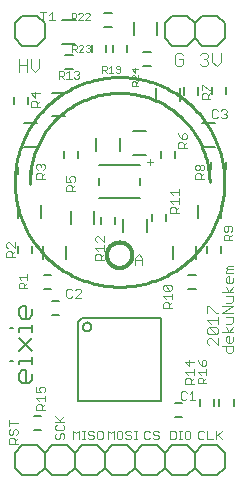
<source format=gto>
G75*
%MOIN*%
%OFA0B0*%
%FSLAX25Y25*%
%IPPOS*%
%LPD*%
%AMOC8*
5,1,8,0,0,1.08239X$1,22.5*
%
%ADD10C,0.00300*%
%ADD11C,0.00400*%
%ADD12C,0.01200*%
%ADD13C,0.00600*%
%ADD14C,0.01000*%
%ADD15C,0.00800*%
%ADD16C,0.00500*%
%ADD17C,0.00200*%
D10*
X0004248Y0014663D02*
X0004248Y0016115D01*
X0004731Y0016598D01*
X0005699Y0016598D01*
X0006183Y0016115D01*
X0006183Y0014663D01*
X0007150Y0014663D02*
X0004248Y0014663D01*
X0004731Y0017610D02*
X0005215Y0017610D01*
X0005699Y0018094D01*
X0005699Y0019061D01*
X0006183Y0019545D01*
X0006666Y0019545D01*
X0007150Y0019061D01*
X0007150Y0018094D01*
X0006666Y0017610D01*
X0007150Y0016598D02*
X0006183Y0015631D01*
X0004731Y0017610D02*
X0004248Y0018094D01*
X0004248Y0019061D01*
X0004731Y0019545D01*
X0004248Y0020556D02*
X0004248Y0022491D01*
X0004248Y0021524D02*
X0007150Y0021524D01*
X0013398Y0025863D02*
X0013398Y0027315D01*
X0013881Y0027798D01*
X0014849Y0027798D01*
X0015333Y0027315D01*
X0015333Y0025863D01*
X0016300Y0025863D02*
X0013398Y0025863D01*
X0014365Y0028810D02*
X0013398Y0029777D01*
X0016300Y0029777D01*
X0016300Y0028810D02*
X0016300Y0030745D01*
X0015816Y0031756D02*
X0016300Y0032240D01*
X0016300Y0033208D01*
X0015816Y0033691D01*
X0014849Y0033691D01*
X0014365Y0033208D01*
X0014365Y0032724D01*
X0014849Y0031756D01*
X0013398Y0031756D01*
X0013398Y0033691D01*
X0016300Y0027798D02*
X0015333Y0026831D01*
X0019748Y0023991D02*
X0021683Y0022056D01*
X0021199Y0022540D02*
X0022650Y0023991D01*
X0022650Y0022056D02*
X0019748Y0022056D01*
X0020231Y0021045D02*
X0019748Y0020561D01*
X0019748Y0019594D01*
X0020231Y0019110D01*
X0022166Y0019110D01*
X0022650Y0019594D01*
X0022650Y0020561D01*
X0022166Y0021045D01*
X0022166Y0018098D02*
X0022650Y0017615D01*
X0022650Y0016647D01*
X0022166Y0016163D01*
X0021199Y0016647D02*
X0021199Y0017615D01*
X0021683Y0018098D01*
X0022166Y0018098D01*
X0021199Y0016647D02*
X0020715Y0016163D01*
X0020231Y0016163D01*
X0019748Y0016647D01*
X0019748Y0017615D01*
X0020231Y0018098D01*
X0025750Y0019066D02*
X0025750Y0016163D01*
X0026717Y0018098D02*
X0025750Y0019066D01*
X0026717Y0018098D02*
X0027685Y0019066D01*
X0027685Y0016163D01*
X0028697Y0016163D02*
X0029664Y0016163D01*
X0029180Y0016163D02*
X0029180Y0019066D01*
X0028697Y0019066D02*
X0029664Y0019066D01*
X0030661Y0018582D02*
X0030661Y0018098D01*
X0031145Y0017615D01*
X0032112Y0017615D01*
X0032596Y0017131D01*
X0032596Y0016647D01*
X0032112Y0016163D01*
X0031145Y0016163D01*
X0030661Y0016647D01*
X0030661Y0018582D02*
X0031145Y0019066D01*
X0032112Y0019066D01*
X0032596Y0018582D01*
X0033607Y0018582D02*
X0033607Y0016647D01*
X0034091Y0016163D01*
X0035059Y0016163D01*
X0035542Y0016647D01*
X0035542Y0018582D01*
X0035059Y0019066D01*
X0034091Y0019066D01*
X0033607Y0018582D01*
X0037250Y0019066D02*
X0037250Y0016163D01*
X0038217Y0018098D02*
X0037250Y0019066D01*
X0038217Y0018098D02*
X0039185Y0019066D01*
X0039185Y0016163D01*
X0040197Y0016647D02*
X0040197Y0018582D01*
X0040680Y0019066D01*
X0041648Y0019066D01*
X0042131Y0018582D01*
X0042131Y0016647D01*
X0041648Y0016163D01*
X0040680Y0016163D01*
X0040197Y0016647D01*
X0043143Y0016647D02*
X0043627Y0016163D01*
X0044594Y0016163D01*
X0045078Y0016647D01*
X0045078Y0017131D01*
X0044594Y0017615D01*
X0043627Y0017615D01*
X0043143Y0018098D01*
X0043143Y0018582D01*
X0043627Y0019066D01*
X0044594Y0019066D01*
X0045078Y0018582D01*
X0046090Y0019066D02*
X0047057Y0019066D01*
X0046573Y0019066D02*
X0046573Y0016163D01*
X0046090Y0016163D02*
X0047057Y0016163D01*
X0049350Y0016647D02*
X0049834Y0016163D01*
X0050801Y0016163D01*
X0051285Y0016647D01*
X0051285Y0018582D02*
X0050801Y0019066D01*
X0049834Y0019066D01*
X0049350Y0018582D01*
X0049350Y0016647D01*
X0052297Y0016647D02*
X0052780Y0016163D01*
X0053748Y0016163D01*
X0054231Y0016647D01*
X0054231Y0017131D01*
X0053748Y0017615D01*
X0052780Y0017615D01*
X0052297Y0018098D01*
X0052297Y0018582D01*
X0052780Y0019066D01*
X0053748Y0019066D01*
X0054231Y0018582D01*
X0057950Y0019066D02*
X0057950Y0016163D01*
X0059401Y0016163D01*
X0059885Y0016647D01*
X0059885Y0018582D01*
X0059401Y0019066D01*
X0057950Y0019066D01*
X0060897Y0019066D02*
X0061864Y0019066D01*
X0061380Y0019066D02*
X0061380Y0016163D01*
X0060897Y0016163D02*
X0061864Y0016163D01*
X0062861Y0016647D02*
X0062861Y0018582D01*
X0063345Y0019066D01*
X0064312Y0019066D01*
X0064796Y0018582D01*
X0064796Y0016647D01*
X0064312Y0016163D01*
X0063345Y0016163D01*
X0062861Y0016647D01*
X0067450Y0016647D02*
X0067934Y0016163D01*
X0068901Y0016163D01*
X0069385Y0016647D01*
X0070397Y0016163D02*
X0070397Y0019066D01*
X0069385Y0018582D02*
X0068901Y0019066D01*
X0067934Y0019066D01*
X0067450Y0018582D01*
X0067450Y0016647D01*
X0070397Y0016163D02*
X0072331Y0016163D01*
X0073343Y0016163D02*
X0073343Y0019066D01*
X0073827Y0017615D02*
X0075278Y0016163D01*
X0073343Y0017131D02*
X0075278Y0019066D01*
X0066431Y0029313D02*
X0064497Y0029313D01*
X0063485Y0029797D02*
X0063001Y0029313D01*
X0062034Y0029313D01*
X0061550Y0029797D01*
X0061550Y0031732D01*
X0062034Y0032216D01*
X0063001Y0032216D01*
X0063485Y0031732D01*
X0064497Y0031248D02*
X0065464Y0032216D01*
X0065464Y0029313D01*
X0065900Y0034663D02*
X0062998Y0034663D01*
X0062998Y0036115D01*
X0063481Y0036598D01*
X0064449Y0036598D01*
X0064933Y0036115D01*
X0064933Y0034663D01*
X0064933Y0035631D02*
X0065900Y0036598D01*
X0065900Y0037610D02*
X0065900Y0039545D01*
X0065900Y0038577D02*
X0062998Y0038577D01*
X0063965Y0037610D01*
X0064449Y0040556D02*
X0064449Y0042491D01*
X0065900Y0042008D02*
X0062998Y0042008D01*
X0064449Y0040556D01*
X0067198Y0038677D02*
X0070100Y0038677D01*
X0070100Y0037710D02*
X0070100Y0039645D01*
X0069616Y0040656D02*
X0070100Y0041140D01*
X0070100Y0042108D01*
X0069616Y0042591D01*
X0069133Y0042591D01*
X0068649Y0042108D01*
X0068649Y0040656D01*
X0069616Y0040656D01*
X0068649Y0040656D02*
X0067681Y0041624D01*
X0067198Y0042591D01*
X0067198Y0038677D02*
X0068165Y0037710D01*
X0067681Y0036698D02*
X0068649Y0036698D01*
X0069133Y0036215D01*
X0069133Y0034763D01*
X0070100Y0034763D02*
X0067198Y0034763D01*
X0067198Y0036215D01*
X0067681Y0036698D01*
X0069133Y0035731D02*
X0070100Y0036698D01*
X0071031Y0047667D02*
X0070447Y0048251D01*
X0070447Y0049419D01*
X0071031Y0050003D01*
X0071615Y0050003D01*
X0073950Y0047667D01*
X0073950Y0050003D01*
X0073366Y0051166D02*
X0071031Y0053502D01*
X0073366Y0053502D01*
X0073950Y0052918D01*
X0073950Y0051750D01*
X0073366Y0051166D01*
X0071031Y0051166D01*
X0070447Y0051750D01*
X0070447Y0052918D01*
X0071031Y0053502D01*
X0071615Y0054665D02*
X0070447Y0055833D01*
X0073950Y0055833D01*
X0073950Y0054665D02*
X0073950Y0057001D01*
X0073950Y0058164D02*
X0073366Y0058164D01*
X0071031Y0060500D01*
X0070447Y0060500D01*
X0070447Y0058164D01*
X0075447Y0058252D02*
X0078950Y0060587D01*
X0075447Y0060587D01*
X0076615Y0061751D02*
X0078366Y0061751D01*
X0078950Y0062334D01*
X0078950Y0064086D01*
X0076615Y0064086D01*
X0077782Y0065250D02*
X0076615Y0067001D01*
X0077199Y0068165D02*
X0076615Y0068749D01*
X0076615Y0069917D01*
X0077199Y0070501D01*
X0077782Y0070501D01*
X0077782Y0068165D01*
X0077199Y0068165D02*
X0078366Y0068165D01*
X0078950Y0068749D01*
X0078950Y0069917D01*
X0078950Y0071664D02*
X0076615Y0071664D01*
X0076615Y0072248D01*
X0077199Y0072832D01*
X0076615Y0073416D01*
X0077199Y0074000D01*
X0078950Y0074000D01*
X0078950Y0072832D02*
X0077199Y0072832D01*
X0078950Y0067001D02*
X0077782Y0065250D01*
X0078950Y0065250D02*
X0075447Y0065250D01*
X0075447Y0058252D02*
X0078950Y0058252D01*
X0078950Y0057088D02*
X0076615Y0057088D01*
X0076615Y0054753D02*
X0078366Y0054753D01*
X0078950Y0055336D01*
X0078950Y0057088D01*
X0078950Y0053588D02*
X0077782Y0051837D01*
X0076615Y0053588D01*
X0075447Y0051837D02*
X0078950Y0051837D01*
X0078950Y0050089D02*
X0078950Y0048922D01*
X0078366Y0048338D01*
X0077199Y0048338D01*
X0076615Y0048922D01*
X0076615Y0050089D01*
X0077199Y0050673D01*
X0077782Y0050673D01*
X0077782Y0048338D01*
X0076615Y0047174D02*
X0076615Y0045423D01*
X0077199Y0044839D01*
X0078366Y0044839D01*
X0078950Y0045423D01*
X0078950Y0047174D01*
X0075447Y0047174D01*
X0058608Y0059847D02*
X0055705Y0059847D01*
X0055705Y0061299D01*
X0056189Y0061782D01*
X0057157Y0061782D01*
X0057640Y0061299D01*
X0057640Y0059847D01*
X0057640Y0060815D02*
X0058608Y0061782D01*
X0058608Y0062794D02*
X0058608Y0064729D01*
X0058608Y0063761D02*
X0055705Y0063761D01*
X0056673Y0062794D01*
X0056189Y0065740D02*
X0055705Y0066224D01*
X0055705Y0067192D01*
X0056189Y0067675D01*
X0058124Y0065740D01*
X0058608Y0066224D01*
X0058608Y0067192D01*
X0058124Y0067675D01*
X0056189Y0067675D01*
X0056189Y0065740D02*
X0058124Y0065740D01*
X0048736Y0074163D02*
X0048736Y0076632D01*
X0047501Y0077867D01*
X0046267Y0076632D01*
X0046267Y0074163D01*
X0046267Y0076015D02*
X0048736Y0076015D01*
X0057998Y0091663D02*
X0057998Y0093115D01*
X0058481Y0093598D01*
X0059449Y0093598D01*
X0059933Y0093115D01*
X0059933Y0091663D01*
X0060900Y0091663D02*
X0057998Y0091663D01*
X0059933Y0092631D02*
X0060900Y0093598D01*
X0060900Y0094610D02*
X0060900Y0096545D01*
X0060900Y0095577D02*
X0057998Y0095577D01*
X0058965Y0094610D01*
X0058965Y0097556D02*
X0057998Y0098524D01*
X0060900Y0098524D01*
X0060900Y0099491D02*
X0060900Y0097556D01*
X0066464Y0102826D02*
X0066464Y0104277D01*
X0066947Y0104761D01*
X0067915Y0104761D01*
X0068399Y0104277D01*
X0068399Y0102826D01*
X0068399Y0103793D02*
X0069366Y0104761D01*
X0068882Y0105772D02*
X0068399Y0105772D01*
X0067915Y0106256D01*
X0067915Y0107223D01*
X0068399Y0107707D01*
X0068882Y0107707D01*
X0069366Y0107223D01*
X0069366Y0106256D01*
X0068882Y0105772D01*
X0067915Y0106256D02*
X0067431Y0105772D01*
X0066947Y0105772D01*
X0066464Y0106256D01*
X0066464Y0107223D01*
X0066947Y0107707D01*
X0067431Y0107707D01*
X0067915Y0107223D01*
X0069366Y0102826D02*
X0066464Y0102826D01*
X0063482Y0113284D02*
X0060579Y0113284D01*
X0060579Y0114735D01*
X0061063Y0115219D01*
X0062031Y0115219D01*
X0062514Y0114735D01*
X0062514Y0113284D01*
X0062514Y0114251D02*
X0063482Y0115219D01*
X0062998Y0116230D02*
X0063482Y0116714D01*
X0063482Y0117681D01*
X0062998Y0118165D01*
X0062514Y0118165D01*
X0062031Y0117681D01*
X0062031Y0116230D01*
X0062998Y0116230D01*
X0062031Y0116230D02*
X0061063Y0117198D01*
X0060579Y0118165D01*
X0068556Y0129526D02*
X0068556Y0130977D01*
X0069040Y0131461D01*
X0070007Y0131461D01*
X0070491Y0130977D01*
X0070491Y0129526D01*
X0071458Y0129526D02*
X0068556Y0129526D01*
X0068556Y0132473D02*
X0068556Y0134408D01*
X0069040Y0134408D01*
X0070975Y0132473D01*
X0071458Y0132473D01*
X0071458Y0131461D02*
X0070491Y0130494D01*
X0072434Y0126116D02*
X0071950Y0125632D01*
X0071950Y0123697D01*
X0072434Y0123213D01*
X0073401Y0123213D01*
X0073885Y0123697D01*
X0074897Y0123697D02*
X0075380Y0123213D01*
X0076348Y0123213D01*
X0076831Y0123697D01*
X0076831Y0124181D01*
X0076348Y0124665D01*
X0075864Y0124665D01*
X0076348Y0124665D02*
X0076831Y0125148D01*
X0076831Y0125632D01*
X0076348Y0126116D01*
X0075380Y0126116D01*
X0074897Y0125632D01*
X0073885Y0125632D02*
X0073401Y0126116D01*
X0072434Y0126116D01*
X0052385Y0108615D02*
X0050450Y0108615D01*
X0051417Y0109582D02*
X0051417Y0107647D01*
X0035900Y0083891D02*
X0035900Y0081956D01*
X0033965Y0083891D01*
X0033481Y0083891D01*
X0032998Y0083408D01*
X0032998Y0082440D01*
X0033481Y0081956D01*
X0032998Y0079977D02*
X0035900Y0079977D01*
X0035900Y0079010D02*
X0035900Y0080945D01*
X0035900Y0077998D02*
X0034933Y0077031D01*
X0034933Y0077515D02*
X0034933Y0076063D01*
X0035900Y0076063D02*
X0032998Y0076063D01*
X0032998Y0077515D01*
X0033481Y0077998D01*
X0034449Y0077998D01*
X0034933Y0077515D01*
X0033965Y0079010D02*
X0032998Y0079977D01*
X0027848Y0066316D02*
X0026880Y0066316D01*
X0026397Y0065832D01*
X0025385Y0065832D02*
X0024901Y0066316D01*
X0023934Y0066316D01*
X0023450Y0065832D01*
X0023450Y0063897D01*
X0023934Y0063413D01*
X0024901Y0063413D01*
X0025385Y0063897D01*
X0026397Y0063413D02*
X0028331Y0065348D01*
X0028331Y0065832D01*
X0027848Y0066316D01*
X0028331Y0063413D02*
X0026397Y0063413D01*
X0010392Y0066447D02*
X0007490Y0066447D01*
X0007490Y0067898D01*
X0007973Y0068382D01*
X0008941Y0068382D01*
X0009425Y0067898D01*
X0009425Y0066447D01*
X0009425Y0067414D02*
X0010392Y0068382D01*
X0010392Y0069393D02*
X0010392Y0071328D01*
X0010392Y0070361D02*
X0007490Y0070361D01*
X0008457Y0069393D01*
X0006274Y0076967D02*
X0003372Y0076967D01*
X0003372Y0078418D01*
X0003855Y0078902D01*
X0004823Y0078902D01*
X0005307Y0078418D01*
X0005307Y0076967D01*
X0005307Y0077934D02*
X0006274Y0078902D01*
X0006274Y0079913D02*
X0004339Y0081848D01*
X0003855Y0081848D01*
X0003372Y0081364D01*
X0003372Y0080397D01*
X0003855Y0079913D01*
X0006274Y0079913D02*
X0006274Y0081848D01*
X0013372Y0103026D02*
X0013372Y0104477D01*
X0013855Y0104961D01*
X0014823Y0104961D01*
X0015307Y0104477D01*
X0015307Y0103026D01*
X0016274Y0103026D02*
X0013372Y0103026D01*
X0015307Y0103993D02*
X0016274Y0104961D01*
X0015790Y0105972D02*
X0016274Y0106456D01*
X0016274Y0107423D01*
X0015790Y0107907D01*
X0015307Y0107907D01*
X0014823Y0107423D01*
X0014823Y0106940D01*
X0014823Y0107423D02*
X0014339Y0107907D01*
X0013855Y0107907D01*
X0013372Y0107423D01*
X0013372Y0106456D01*
X0013855Y0105972D01*
X0023475Y0103765D02*
X0023475Y0101830D01*
X0024927Y0101830D01*
X0024443Y0102798D01*
X0024443Y0103281D01*
X0024927Y0103765D01*
X0025894Y0103765D01*
X0026378Y0103281D01*
X0026378Y0102314D01*
X0025894Y0101830D01*
X0026378Y0100819D02*
X0025410Y0099851D01*
X0025410Y0100335D02*
X0025410Y0098884D01*
X0026378Y0098884D02*
X0023475Y0098884D01*
X0023475Y0100335D01*
X0023959Y0100819D01*
X0024927Y0100819D01*
X0025410Y0100335D01*
X0014558Y0127067D02*
X0011656Y0127067D01*
X0011656Y0128519D01*
X0012140Y0129002D01*
X0013107Y0129002D01*
X0013591Y0128519D01*
X0013591Y0127067D01*
X0013591Y0128035D02*
X0014558Y0129002D01*
X0013107Y0130014D02*
X0013107Y0131949D01*
X0011656Y0131465D02*
X0013107Y0130014D01*
X0014558Y0131465D02*
X0011656Y0131465D01*
X0015740Y0155781D02*
X0015740Y0158684D01*
X0014773Y0158684D02*
X0016708Y0158684D01*
X0017719Y0157716D02*
X0018687Y0158684D01*
X0018687Y0155781D01*
X0019654Y0155781D02*
X0017719Y0155781D01*
X0076347Y0087348D02*
X0075864Y0086864D01*
X0075864Y0085897D01*
X0076347Y0085413D01*
X0076831Y0085413D01*
X0077315Y0085897D01*
X0077315Y0087348D01*
X0078282Y0087348D02*
X0076347Y0087348D01*
X0078282Y0087348D02*
X0078766Y0086864D01*
X0078766Y0085897D01*
X0078282Y0085413D01*
X0078766Y0084402D02*
X0077799Y0083434D01*
X0077799Y0083918D02*
X0077799Y0082467D01*
X0077799Y0083918D02*
X0077315Y0084402D01*
X0076347Y0084402D01*
X0075864Y0083918D01*
X0075864Y0082467D01*
X0078766Y0082467D01*
D11*
X0073511Y0140713D02*
X0072144Y0142081D01*
X0072144Y0144817D01*
X0070736Y0144133D02*
X0070736Y0143449D01*
X0070052Y0142765D01*
X0070736Y0142081D01*
X0070736Y0141397D01*
X0070052Y0140713D01*
X0068684Y0140713D01*
X0068000Y0141397D01*
X0069368Y0142765D02*
X0070052Y0142765D01*
X0070736Y0144133D02*
X0070052Y0144817D01*
X0068684Y0144817D01*
X0068000Y0144133D01*
X0073511Y0140713D02*
X0074879Y0142081D01*
X0074879Y0144817D01*
X0062236Y0144133D02*
X0061552Y0144817D01*
X0060184Y0144817D01*
X0059500Y0144133D01*
X0059500Y0141397D01*
X0060184Y0140713D01*
X0061552Y0140713D01*
X0062236Y0141397D01*
X0062236Y0142765D01*
X0060868Y0142765D01*
X0014379Y0142817D02*
X0014379Y0140081D01*
X0013011Y0138713D01*
X0011644Y0140081D01*
X0011644Y0142817D01*
X0010236Y0142817D02*
X0010236Y0138713D01*
X0010236Y0140765D02*
X0007500Y0140765D01*
X0007500Y0138713D02*
X0007500Y0142817D01*
D12*
X0036957Y0077513D02*
X0036959Y0077643D01*
X0036965Y0077773D01*
X0036975Y0077903D01*
X0036989Y0078032D01*
X0037007Y0078161D01*
X0037029Y0078289D01*
X0037054Y0078416D01*
X0037084Y0078543D01*
X0037117Y0078669D01*
X0037155Y0078793D01*
X0037196Y0078917D01*
X0037241Y0079039D01*
X0037289Y0079159D01*
X0037342Y0079278D01*
X0037398Y0079396D01*
X0037457Y0079511D01*
X0037520Y0079625D01*
X0037587Y0079737D01*
X0037656Y0079847D01*
X0037730Y0079954D01*
X0037806Y0080059D01*
X0037886Y0080162D01*
X0037968Y0080262D01*
X0038054Y0080360D01*
X0038143Y0080455D01*
X0038234Y0080548D01*
X0038329Y0080637D01*
X0038426Y0080724D01*
X0038526Y0080807D01*
X0038628Y0080887D01*
X0038732Y0080965D01*
X0038839Y0081039D01*
X0038948Y0081109D01*
X0039060Y0081177D01*
X0039173Y0081241D01*
X0039288Y0081301D01*
X0039405Y0081358D01*
X0039524Y0081411D01*
X0039644Y0081460D01*
X0039766Y0081506D01*
X0039889Y0081548D01*
X0040013Y0081587D01*
X0040139Y0081621D01*
X0040265Y0081652D01*
X0040392Y0081678D01*
X0040520Y0081701D01*
X0040649Y0081720D01*
X0040778Y0081735D01*
X0040908Y0081746D01*
X0041037Y0081753D01*
X0041167Y0081756D01*
X0041298Y0081755D01*
X0041427Y0081750D01*
X0041557Y0081741D01*
X0041687Y0081728D01*
X0041816Y0081711D01*
X0041944Y0081690D01*
X0042072Y0081666D01*
X0042198Y0081637D01*
X0042324Y0081604D01*
X0042449Y0081568D01*
X0042573Y0081528D01*
X0042695Y0081484D01*
X0042816Y0081436D01*
X0042936Y0081385D01*
X0043054Y0081330D01*
X0043170Y0081271D01*
X0043284Y0081209D01*
X0043396Y0081143D01*
X0043506Y0081074D01*
X0043614Y0081002D01*
X0043720Y0080926D01*
X0043824Y0080848D01*
X0043925Y0080766D01*
X0044023Y0080681D01*
X0044119Y0080593D01*
X0044212Y0080502D01*
X0044302Y0080408D01*
X0044389Y0080312D01*
X0044473Y0080213D01*
X0044555Y0080111D01*
X0044633Y0080007D01*
X0044707Y0079901D01*
X0044779Y0079792D01*
X0044847Y0079681D01*
X0044912Y0079568D01*
X0044973Y0079454D01*
X0045031Y0079337D01*
X0045085Y0079219D01*
X0045135Y0079099D01*
X0045182Y0078978D01*
X0045225Y0078855D01*
X0045264Y0078731D01*
X0045300Y0078606D01*
X0045331Y0078480D01*
X0045359Y0078353D01*
X0045383Y0078225D01*
X0045403Y0078096D01*
X0045419Y0077967D01*
X0045431Y0077838D01*
X0045439Y0077708D01*
X0045443Y0077578D01*
X0045443Y0077448D01*
X0045439Y0077318D01*
X0045431Y0077188D01*
X0045419Y0077059D01*
X0045403Y0076930D01*
X0045383Y0076801D01*
X0045359Y0076673D01*
X0045331Y0076546D01*
X0045300Y0076420D01*
X0045264Y0076295D01*
X0045225Y0076171D01*
X0045182Y0076048D01*
X0045135Y0075927D01*
X0045085Y0075807D01*
X0045031Y0075689D01*
X0044973Y0075572D01*
X0044912Y0075458D01*
X0044847Y0075345D01*
X0044779Y0075234D01*
X0044707Y0075125D01*
X0044633Y0075019D01*
X0044555Y0074915D01*
X0044473Y0074813D01*
X0044389Y0074714D01*
X0044302Y0074618D01*
X0044212Y0074524D01*
X0044119Y0074433D01*
X0044023Y0074345D01*
X0043925Y0074260D01*
X0043824Y0074178D01*
X0043720Y0074100D01*
X0043614Y0074024D01*
X0043506Y0073952D01*
X0043396Y0073883D01*
X0043284Y0073817D01*
X0043170Y0073755D01*
X0043054Y0073696D01*
X0042936Y0073641D01*
X0042816Y0073590D01*
X0042695Y0073542D01*
X0042573Y0073498D01*
X0042449Y0073458D01*
X0042324Y0073422D01*
X0042198Y0073389D01*
X0042072Y0073360D01*
X0041944Y0073336D01*
X0041816Y0073315D01*
X0041687Y0073298D01*
X0041557Y0073285D01*
X0041427Y0073276D01*
X0041298Y0073271D01*
X0041167Y0073270D01*
X0041037Y0073273D01*
X0040908Y0073280D01*
X0040778Y0073291D01*
X0040649Y0073306D01*
X0040520Y0073325D01*
X0040392Y0073348D01*
X0040265Y0073374D01*
X0040139Y0073405D01*
X0040013Y0073439D01*
X0039889Y0073478D01*
X0039766Y0073520D01*
X0039644Y0073566D01*
X0039524Y0073615D01*
X0039405Y0073668D01*
X0039288Y0073725D01*
X0039173Y0073785D01*
X0039060Y0073849D01*
X0038948Y0073917D01*
X0038839Y0073987D01*
X0038732Y0074061D01*
X0038628Y0074139D01*
X0038526Y0074219D01*
X0038426Y0074302D01*
X0038329Y0074389D01*
X0038234Y0074478D01*
X0038143Y0074571D01*
X0038054Y0074666D01*
X0037968Y0074764D01*
X0037886Y0074864D01*
X0037806Y0074967D01*
X0037730Y0075072D01*
X0037656Y0075179D01*
X0037587Y0075289D01*
X0037520Y0075401D01*
X0037457Y0075515D01*
X0037398Y0075630D01*
X0037342Y0075748D01*
X0037289Y0075867D01*
X0037241Y0075987D01*
X0037196Y0076109D01*
X0037155Y0076233D01*
X0037117Y0076357D01*
X0037084Y0076483D01*
X0037054Y0076610D01*
X0037029Y0076737D01*
X0037007Y0076865D01*
X0036989Y0076994D01*
X0036975Y0077123D01*
X0036965Y0077253D01*
X0036959Y0077383D01*
X0036957Y0077513D01*
D13*
X0006170Y0011600D02*
X0006170Y0006600D01*
X0008670Y0004100D01*
X0013670Y0004100D01*
X0016170Y0006600D01*
X0018670Y0004100D01*
X0023670Y0004100D01*
X0026170Y0006600D01*
X0026170Y0011600D01*
X0023670Y0014100D01*
X0018670Y0014100D01*
X0016170Y0011600D01*
X0016170Y0006600D01*
X0016170Y0011600D02*
X0013670Y0014100D01*
X0008670Y0014100D01*
X0006170Y0011600D01*
X0012619Y0019151D02*
X0014981Y0019151D01*
X0014981Y0023876D02*
X0012619Y0023876D01*
X0010932Y0034883D02*
X0008797Y0034883D01*
X0007730Y0035950D01*
X0007730Y0038086D01*
X0008797Y0039153D01*
X0009865Y0039153D01*
X0009865Y0034883D01*
X0010932Y0034883D02*
X0012000Y0035950D01*
X0012000Y0038086D01*
X0012000Y0041328D02*
X0012000Y0043463D01*
X0012000Y0042396D02*
X0007730Y0042396D01*
X0007730Y0041328D01*
X0005595Y0042396D02*
X0004527Y0042396D01*
X0007730Y0045625D02*
X0012000Y0049896D01*
X0012000Y0052071D02*
X0012000Y0054206D01*
X0012000Y0053138D02*
X0007730Y0053138D01*
X0007730Y0052071D01*
X0007730Y0049896D02*
X0012000Y0045625D01*
X0010932Y0056368D02*
X0008797Y0056368D01*
X0007730Y0057435D01*
X0007730Y0059571D01*
X0008797Y0060638D01*
X0009865Y0060638D01*
X0009865Y0056368D01*
X0010932Y0056368D02*
X0012000Y0057435D01*
X0012000Y0059571D01*
X0015902Y0066159D02*
X0018265Y0066159D01*
X0018619Y0062376D02*
X0020981Y0062376D01*
X0020981Y0057651D02*
X0018619Y0057651D01*
X0018265Y0070883D02*
X0015902Y0070883D01*
X0012036Y0078135D02*
X0012036Y0080498D01*
X0007312Y0080498D02*
X0007312Y0078135D01*
X0005595Y0053138D02*
X0004527Y0053138D01*
X0028670Y0014100D02*
X0026170Y0011600D01*
X0028670Y0014100D02*
X0033670Y0014100D01*
X0036170Y0011600D01*
X0038670Y0014100D01*
X0043670Y0014100D01*
X0046170Y0011600D01*
X0048670Y0014100D01*
X0053670Y0014100D01*
X0056170Y0011600D01*
X0056170Y0006600D01*
X0053670Y0004100D01*
X0048670Y0004100D01*
X0046170Y0006600D01*
X0043670Y0004100D01*
X0038670Y0004100D01*
X0036170Y0006600D01*
X0033670Y0004100D01*
X0028670Y0004100D01*
X0026170Y0006600D01*
X0036170Y0006600D02*
X0036170Y0011600D01*
X0027371Y0029084D02*
X0027371Y0055285D01*
X0028769Y0056683D01*
X0054969Y0056683D01*
X0054969Y0029084D01*
X0027371Y0029084D01*
X0028956Y0053683D02*
X0028958Y0053758D01*
X0028964Y0053832D01*
X0028974Y0053906D01*
X0028987Y0053979D01*
X0029005Y0054052D01*
X0029026Y0054123D01*
X0029051Y0054194D01*
X0029080Y0054263D01*
X0029113Y0054330D01*
X0029149Y0054395D01*
X0029188Y0054459D01*
X0029230Y0054520D01*
X0029276Y0054579D01*
X0029325Y0054636D01*
X0029377Y0054689D01*
X0029431Y0054740D01*
X0029488Y0054789D01*
X0029548Y0054833D01*
X0029610Y0054875D01*
X0029674Y0054914D01*
X0029740Y0054949D01*
X0029807Y0054980D01*
X0029877Y0055008D01*
X0029947Y0055032D01*
X0030019Y0055053D01*
X0030092Y0055069D01*
X0030165Y0055082D01*
X0030240Y0055091D01*
X0030314Y0055096D01*
X0030389Y0055097D01*
X0030463Y0055094D01*
X0030538Y0055087D01*
X0030611Y0055076D01*
X0030685Y0055062D01*
X0030757Y0055043D01*
X0030828Y0055021D01*
X0030898Y0054995D01*
X0030967Y0054965D01*
X0031033Y0054932D01*
X0031098Y0054895D01*
X0031161Y0054855D01*
X0031222Y0054811D01*
X0031280Y0054765D01*
X0031336Y0054715D01*
X0031389Y0054663D01*
X0031440Y0054608D01*
X0031487Y0054550D01*
X0031531Y0054490D01*
X0031572Y0054427D01*
X0031610Y0054363D01*
X0031644Y0054297D01*
X0031675Y0054228D01*
X0031702Y0054159D01*
X0031725Y0054088D01*
X0031744Y0054016D01*
X0031760Y0053943D01*
X0031772Y0053869D01*
X0031780Y0053795D01*
X0031784Y0053720D01*
X0031784Y0053646D01*
X0031780Y0053571D01*
X0031772Y0053497D01*
X0031760Y0053423D01*
X0031744Y0053350D01*
X0031725Y0053278D01*
X0031702Y0053207D01*
X0031675Y0053138D01*
X0031644Y0053069D01*
X0031610Y0053003D01*
X0031572Y0052939D01*
X0031531Y0052876D01*
X0031487Y0052816D01*
X0031440Y0052758D01*
X0031389Y0052703D01*
X0031336Y0052651D01*
X0031280Y0052601D01*
X0031222Y0052555D01*
X0031161Y0052511D01*
X0031098Y0052471D01*
X0031033Y0052434D01*
X0030967Y0052401D01*
X0030898Y0052371D01*
X0030828Y0052345D01*
X0030757Y0052323D01*
X0030685Y0052304D01*
X0030611Y0052290D01*
X0030538Y0052279D01*
X0030463Y0052272D01*
X0030389Y0052269D01*
X0030314Y0052270D01*
X0030240Y0052275D01*
X0030165Y0052284D01*
X0030092Y0052297D01*
X0030019Y0052313D01*
X0029947Y0052334D01*
X0029877Y0052358D01*
X0029807Y0052386D01*
X0029740Y0052417D01*
X0029674Y0052452D01*
X0029610Y0052491D01*
X0029548Y0052533D01*
X0029488Y0052577D01*
X0029431Y0052626D01*
X0029377Y0052677D01*
X0029325Y0052730D01*
X0029276Y0052787D01*
X0029230Y0052846D01*
X0029188Y0052907D01*
X0029149Y0052971D01*
X0029113Y0053036D01*
X0029080Y0053103D01*
X0029051Y0053172D01*
X0029026Y0053243D01*
X0029005Y0053314D01*
X0028987Y0053387D01*
X0028974Y0053460D01*
X0028964Y0053534D01*
X0028958Y0053608D01*
X0028956Y0053683D01*
X0034938Y0087832D02*
X0034938Y0090194D01*
X0039662Y0090194D02*
X0039662Y0087832D01*
X0051938Y0088832D02*
X0051938Y0091194D01*
X0056662Y0091194D02*
X0056662Y0088832D01*
X0064143Y0070868D02*
X0066505Y0070868D01*
X0066505Y0066143D02*
X0064143Y0066143D01*
X0070304Y0078135D02*
X0070304Y0080498D01*
X0075028Y0080498D02*
X0075028Y0078135D01*
X0076528Y0106194D02*
X0076528Y0108557D01*
X0071804Y0108557D02*
X0071804Y0106194D01*
X0059780Y0109919D02*
X0059780Y0112281D01*
X0055056Y0112281D02*
X0055056Y0109919D01*
X0062580Y0131076D02*
X0062580Y0133439D01*
X0067304Y0133439D02*
X0067304Y0131076D01*
X0071938Y0131332D02*
X0071938Y0133694D01*
X0076662Y0133694D02*
X0076662Y0131332D01*
X0073670Y0147407D02*
X0068670Y0147407D01*
X0066170Y0149907D01*
X0063670Y0147407D01*
X0058670Y0147407D01*
X0056170Y0149907D01*
X0056170Y0154907D01*
X0058670Y0157407D01*
X0063670Y0157407D01*
X0066170Y0154907D01*
X0068670Y0157407D01*
X0073670Y0157407D01*
X0076170Y0154907D01*
X0076170Y0149907D01*
X0073670Y0147407D01*
X0066170Y0149907D02*
X0066170Y0154907D01*
X0051481Y0145376D02*
X0049119Y0145376D01*
X0049119Y0140651D02*
X0051481Y0140651D01*
X0043662Y0145332D02*
X0043662Y0147694D01*
X0038938Y0147694D02*
X0038938Y0145332D01*
X0036662Y0145332D02*
X0036662Y0147694D01*
X0036119Y0153651D02*
X0038481Y0153651D01*
X0038481Y0158376D02*
X0036119Y0158376D01*
X0031938Y0147694D02*
X0031938Y0145332D01*
X0025481Y0144376D02*
X0023119Y0144376D01*
X0023119Y0139651D02*
X0025481Y0139651D01*
X0016170Y0149907D02*
X0013670Y0147407D01*
X0008670Y0147407D01*
X0006170Y0149907D01*
X0006170Y0154907D01*
X0008670Y0157407D01*
X0013670Y0157407D01*
X0016170Y0154907D01*
X0016170Y0149907D01*
X0010804Y0130191D02*
X0010804Y0127828D01*
X0006080Y0127828D02*
X0006080Y0130191D01*
X0007312Y0107057D02*
X0007312Y0104694D01*
X0012036Y0104694D02*
X0012036Y0107057D01*
X0022560Y0109919D02*
X0022560Y0112281D01*
X0027284Y0112281D02*
X0027284Y0109919D01*
X0067938Y0029694D02*
X0067938Y0027332D01*
X0072662Y0027332D02*
X0072662Y0029694D01*
X0074438Y0029694D02*
X0074438Y0027332D01*
X0079162Y0027332D02*
X0079162Y0029694D01*
X0073670Y0014100D02*
X0076170Y0011600D01*
X0076170Y0006600D01*
X0073670Y0004100D01*
X0068670Y0004100D01*
X0066170Y0006600D01*
X0063670Y0004100D01*
X0058670Y0004100D01*
X0056170Y0006600D01*
X0056170Y0011600D02*
X0058670Y0014100D01*
X0063670Y0014100D01*
X0066170Y0011600D01*
X0068670Y0014100D01*
X0073670Y0014100D01*
X0066170Y0011600D02*
X0066170Y0006600D01*
X0061981Y0023651D02*
X0059619Y0023651D01*
X0059619Y0028376D02*
X0061981Y0028376D01*
X0046170Y0011600D02*
X0046170Y0006600D01*
D14*
X0071170Y0101939D02*
X0071154Y0102669D01*
X0071120Y0103399D01*
X0071068Y0104128D01*
X0070998Y0104855D01*
X0070910Y0105580D01*
X0070805Y0106303D01*
X0070682Y0107024D01*
X0070542Y0107741D01*
X0070385Y0108454D01*
X0070210Y0109163D01*
X0070018Y0109868D01*
X0069808Y0110568D01*
X0069582Y0111263D01*
X0069339Y0111952D01*
X0069079Y0112635D01*
X0068803Y0113311D01*
X0068510Y0113981D01*
X0068201Y0114643D01*
X0067876Y0115297D01*
X0067535Y0115944D01*
X0067179Y0116581D01*
X0066807Y0117210D01*
X0066420Y0117830D01*
X0066018Y0118440D01*
X0065601Y0119040D01*
X0065170Y0119630D01*
X0064724Y0120209D01*
X0064265Y0120777D01*
X0063791Y0121334D01*
X0063305Y0121879D01*
X0062805Y0122412D01*
X0062293Y0122932D01*
X0061767Y0123440D01*
X0061230Y0123935D01*
X0060681Y0124417D01*
X0060120Y0124886D01*
X0059548Y0125340D01*
X0058965Y0125781D01*
X0058372Y0126207D01*
X0057768Y0126618D01*
X0057155Y0127015D01*
X0056532Y0127397D01*
X0055899Y0127763D01*
X0055259Y0128114D01*
X0054609Y0128450D01*
X0053952Y0128769D01*
X0053288Y0129072D01*
X0052616Y0129359D01*
X0051937Y0129629D01*
X0051252Y0129883D01*
X0050561Y0130120D01*
X0049864Y0130341D01*
X0049162Y0130544D01*
X0048456Y0130730D01*
X0047745Y0130899D01*
X0047030Y0131050D01*
X0046312Y0131184D01*
X0045590Y0131301D01*
X0044867Y0131399D01*
X0044140Y0131481D01*
X0043413Y0131544D01*
X0042683Y0131590D01*
X0041953Y0131618D01*
X0041223Y0131628D01*
X0040492Y0131620D01*
X0039762Y0131595D01*
X0039033Y0131552D01*
X0038304Y0131491D01*
X0037578Y0131412D01*
X0036854Y0131316D01*
X0036132Y0131202D01*
X0035413Y0131071D01*
X0034698Y0130922D01*
X0033987Y0130755D01*
X0033279Y0130572D01*
X0032577Y0130371D01*
X0031880Y0130153D01*
X0031188Y0129919D01*
X0030502Y0129667D01*
X0029822Y0129399D01*
X0029149Y0129114D01*
X0028483Y0128814D01*
X0027825Y0128497D01*
X0027175Y0128164D01*
X0026532Y0127815D01*
X0025899Y0127451D01*
X0025275Y0127071D01*
X0024660Y0126677D01*
X0024055Y0126267D01*
X0023460Y0125843D01*
X0022875Y0125405D01*
X0022302Y0124952D01*
X0021739Y0124486D01*
X0021188Y0124006D01*
X0020649Y0123513D01*
X0020122Y0123006D01*
X0019608Y0122488D01*
X0019106Y0121956D01*
X0018618Y0121413D01*
X0018143Y0120858D01*
X0017681Y0120292D01*
X0017234Y0119714D01*
X0016800Y0119126D01*
X0016381Y0118527D01*
X0015977Y0117919D01*
X0015588Y0117300D01*
X0015214Y0116673D01*
X0014855Y0116036D01*
X0014512Y0115391D01*
X0014185Y0114738D01*
X0013874Y0114077D01*
X0013578Y0113408D01*
X0013300Y0112733D01*
X0013037Y0112051D01*
X0012792Y0111363D01*
X0012563Y0110669D01*
X0012352Y0109970D01*
X0012157Y0109266D01*
X0011980Y0108557D01*
X0011819Y0107844D01*
X0011677Y0107127D01*
X0011551Y0106407D01*
X0011444Y0105685D01*
X0011354Y0104960D01*
X0011281Y0104233D01*
X0011227Y0103504D01*
X0011190Y0102774D01*
X0011171Y0102044D01*
X0011170Y0101313D01*
X0006231Y0101939D02*
X0006242Y0102796D01*
X0006273Y0103653D01*
X0006326Y0104509D01*
X0006399Y0105364D01*
X0006494Y0106216D01*
X0006609Y0107066D01*
X0006745Y0107912D01*
X0006902Y0108755D01*
X0007080Y0109594D01*
X0007278Y0110428D01*
X0007497Y0111258D01*
X0007735Y0112081D01*
X0007994Y0112899D01*
X0008273Y0113710D01*
X0008572Y0114513D01*
X0008891Y0115310D01*
X0009228Y0116098D01*
X0009586Y0116877D01*
X0009962Y0117648D01*
X0010357Y0118409D01*
X0010770Y0119160D01*
X0011202Y0119901D01*
X0011652Y0120631D01*
X0012119Y0121350D01*
X0012604Y0122057D01*
X0013107Y0122752D01*
X0013626Y0123435D01*
X0014162Y0124104D01*
X0014714Y0124760D01*
X0015282Y0125403D01*
X0015866Y0126031D01*
X0016464Y0126645D01*
X0017078Y0127243D01*
X0017706Y0127827D01*
X0018349Y0128395D01*
X0019005Y0128947D01*
X0019674Y0129483D01*
X0020357Y0130002D01*
X0021052Y0130505D01*
X0021759Y0130990D01*
X0022478Y0131457D01*
X0023208Y0131907D01*
X0023949Y0132339D01*
X0024700Y0132752D01*
X0025461Y0133147D01*
X0026232Y0133523D01*
X0027011Y0133881D01*
X0027799Y0134218D01*
X0028596Y0134537D01*
X0029399Y0134836D01*
X0030210Y0135115D01*
X0031028Y0135374D01*
X0031851Y0135612D01*
X0032681Y0135831D01*
X0033515Y0136029D01*
X0034354Y0136207D01*
X0035197Y0136364D01*
X0036043Y0136500D01*
X0036893Y0136615D01*
X0037745Y0136710D01*
X0038600Y0136783D01*
X0039456Y0136836D01*
X0040313Y0136867D01*
X0041170Y0136878D01*
X0042027Y0136867D01*
X0042884Y0136836D01*
X0043740Y0136783D01*
X0044595Y0136710D01*
X0045447Y0136615D01*
X0046297Y0136500D01*
X0047143Y0136364D01*
X0047986Y0136207D01*
X0048825Y0136029D01*
X0049659Y0135831D01*
X0050489Y0135612D01*
X0051312Y0135374D01*
X0052130Y0135115D01*
X0052941Y0134836D01*
X0053744Y0134537D01*
X0054541Y0134218D01*
X0055329Y0133881D01*
X0056108Y0133523D01*
X0056879Y0133147D01*
X0057640Y0132752D01*
X0058391Y0132339D01*
X0059132Y0131907D01*
X0059862Y0131457D01*
X0060581Y0130990D01*
X0061288Y0130505D01*
X0061983Y0130002D01*
X0062666Y0129483D01*
X0063335Y0128947D01*
X0063991Y0128395D01*
X0064634Y0127827D01*
X0065262Y0127243D01*
X0065876Y0126645D01*
X0066474Y0126031D01*
X0067058Y0125403D01*
X0067626Y0124760D01*
X0068178Y0124104D01*
X0068714Y0123435D01*
X0069233Y0122752D01*
X0069736Y0122057D01*
X0070221Y0121350D01*
X0070688Y0120631D01*
X0071138Y0119901D01*
X0071570Y0119160D01*
X0071983Y0118409D01*
X0072378Y0117648D01*
X0072754Y0116877D01*
X0073112Y0116098D01*
X0073449Y0115310D01*
X0073768Y0114513D01*
X0074067Y0113710D01*
X0074346Y0112899D01*
X0074605Y0112081D01*
X0074843Y0111258D01*
X0075062Y0110428D01*
X0075260Y0109594D01*
X0075438Y0108755D01*
X0075595Y0107912D01*
X0075731Y0107066D01*
X0075846Y0106216D01*
X0075941Y0105364D01*
X0076014Y0104509D01*
X0076067Y0103653D01*
X0076098Y0102796D01*
X0076109Y0101939D01*
X0076098Y0101082D01*
X0076067Y0100225D01*
X0076014Y0099369D01*
X0075941Y0098514D01*
X0075846Y0097662D01*
X0075731Y0096812D01*
X0075595Y0095966D01*
X0075438Y0095123D01*
X0075260Y0094284D01*
X0075062Y0093450D01*
X0074843Y0092620D01*
X0074605Y0091797D01*
X0074346Y0090979D01*
X0074067Y0090168D01*
X0073768Y0089365D01*
X0073449Y0088568D01*
X0073112Y0087780D01*
X0072754Y0087001D01*
X0072378Y0086230D01*
X0071983Y0085469D01*
X0071570Y0084718D01*
X0071138Y0083977D01*
X0070688Y0083247D01*
X0070221Y0082528D01*
X0069736Y0081821D01*
X0069233Y0081126D01*
X0068714Y0080443D01*
X0068178Y0079774D01*
X0067626Y0079118D01*
X0067058Y0078475D01*
X0066474Y0077847D01*
X0065876Y0077233D01*
X0065262Y0076635D01*
X0064634Y0076051D01*
X0063991Y0075483D01*
X0063335Y0074931D01*
X0062666Y0074395D01*
X0061983Y0073876D01*
X0061288Y0073373D01*
X0060581Y0072888D01*
X0059862Y0072421D01*
X0059132Y0071971D01*
X0058391Y0071539D01*
X0057640Y0071126D01*
X0056879Y0070731D01*
X0056108Y0070355D01*
X0055329Y0069997D01*
X0054541Y0069660D01*
X0053744Y0069341D01*
X0052941Y0069042D01*
X0052130Y0068763D01*
X0051312Y0068504D01*
X0050489Y0068266D01*
X0049659Y0068047D01*
X0048825Y0067849D01*
X0047986Y0067671D01*
X0047143Y0067514D01*
X0046297Y0067378D01*
X0045447Y0067263D01*
X0044595Y0067168D01*
X0043740Y0067095D01*
X0042884Y0067042D01*
X0042027Y0067011D01*
X0041170Y0067000D01*
X0040313Y0067011D01*
X0039456Y0067042D01*
X0038600Y0067095D01*
X0037745Y0067168D01*
X0036893Y0067263D01*
X0036043Y0067378D01*
X0035197Y0067514D01*
X0034354Y0067671D01*
X0033515Y0067849D01*
X0032681Y0068047D01*
X0031851Y0068266D01*
X0031028Y0068504D01*
X0030210Y0068763D01*
X0029399Y0069042D01*
X0028596Y0069341D01*
X0027799Y0069660D01*
X0027011Y0069997D01*
X0026232Y0070355D01*
X0025461Y0070731D01*
X0024700Y0071126D01*
X0023949Y0071539D01*
X0023208Y0071971D01*
X0022478Y0072421D01*
X0021759Y0072888D01*
X0021052Y0073373D01*
X0020357Y0073876D01*
X0019674Y0074395D01*
X0019005Y0074931D01*
X0018349Y0075483D01*
X0017706Y0076051D01*
X0017078Y0076635D01*
X0016464Y0077233D01*
X0015866Y0077847D01*
X0015282Y0078475D01*
X0014714Y0079118D01*
X0014162Y0079774D01*
X0013626Y0080443D01*
X0013107Y0081126D01*
X0012604Y0081821D01*
X0012119Y0082528D01*
X0011652Y0083247D01*
X0011202Y0083977D01*
X0010770Y0084718D01*
X0010357Y0085469D01*
X0009962Y0086230D01*
X0009586Y0087001D01*
X0009228Y0087780D01*
X0008891Y0088568D01*
X0008572Y0089365D01*
X0008273Y0090168D01*
X0007994Y0090979D01*
X0007735Y0091797D01*
X0007497Y0092620D01*
X0007278Y0093450D01*
X0007080Y0094284D01*
X0006902Y0095123D01*
X0006745Y0095966D01*
X0006609Y0096812D01*
X0006494Y0097662D01*
X0006399Y0098514D01*
X0006326Y0099369D01*
X0006273Y0100225D01*
X0006242Y0101082D01*
X0006231Y0101939D01*
D15*
X0007237Y0094261D02*
X0007237Y0089931D01*
X0015111Y0089931D02*
X0015111Y0094261D01*
X0015580Y0080482D02*
X0015580Y0076151D01*
X0023454Y0076151D02*
X0023454Y0080482D01*
X0024863Y0087848D02*
X0024863Y0092179D01*
X0032737Y0092179D02*
X0032737Y0087848D01*
X0042363Y0089679D02*
X0042363Y0085348D01*
X0050237Y0085348D02*
X0050237Y0089679D01*
X0058887Y0080482D02*
X0058887Y0076151D01*
X0066761Y0076151D02*
X0066761Y0080482D01*
X0067229Y0089931D02*
X0067229Y0094261D01*
X0075103Y0094261D02*
X0075103Y0089931D01*
X0072863Y0113750D02*
X0068532Y0113750D01*
X0068532Y0121624D02*
X0072863Y0121624D01*
X0061292Y0128848D02*
X0061292Y0133179D01*
X0053418Y0133179D02*
X0053418Y0128848D01*
X0049965Y0118950D02*
X0045635Y0118950D01*
X0045635Y0111076D02*
X0049965Y0111076D01*
X0041237Y0112348D02*
X0041237Y0116679D01*
X0033363Y0116679D02*
X0033363Y0112348D01*
X0022965Y0123761D02*
X0018635Y0123761D01*
X0018635Y0131635D02*
X0022965Y0131635D01*
X0022135Y0148076D02*
X0026465Y0148076D01*
X0026465Y0155950D02*
X0022135Y0155950D01*
X0013808Y0121624D02*
X0009477Y0121624D01*
X0009477Y0113750D02*
X0013808Y0113750D01*
X0045863Y0150848D02*
X0045863Y0155179D01*
X0053737Y0155179D02*
X0053737Y0150848D01*
D16*
X0048060Y0107450D02*
X0034280Y0107450D01*
X0034280Y0103120D02*
X0034280Y0100757D01*
X0034280Y0096427D02*
X0048060Y0096427D01*
X0048060Y0100757D02*
X0048060Y0103120D01*
D17*
X0047350Y0133984D02*
X0045148Y0133984D01*
X0045148Y0135085D01*
X0045515Y0135452D01*
X0046249Y0135452D01*
X0046616Y0135085D01*
X0046616Y0133984D01*
X0046616Y0134718D02*
X0047350Y0135452D01*
X0047350Y0136194D02*
X0045882Y0137662D01*
X0045515Y0137662D01*
X0045148Y0137295D01*
X0045148Y0136561D01*
X0045515Y0136194D01*
X0046249Y0138403D02*
X0046249Y0139871D01*
X0045148Y0139504D02*
X0046249Y0138403D01*
X0047350Y0139504D02*
X0045148Y0139504D01*
X0047350Y0137662D02*
X0047350Y0136194D01*
X0041288Y0138730D02*
X0041288Y0140198D01*
X0040921Y0140565D01*
X0040187Y0140565D01*
X0039820Y0140198D01*
X0039820Y0139831D01*
X0040187Y0139464D01*
X0041288Y0139464D01*
X0041288Y0138730D02*
X0040921Y0138363D01*
X0040187Y0138363D01*
X0039820Y0138730D01*
X0039078Y0138363D02*
X0037610Y0138363D01*
X0038344Y0138363D02*
X0038344Y0140565D01*
X0037610Y0139831D01*
X0036868Y0139464D02*
X0036501Y0139097D01*
X0035400Y0139097D01*
X0035400Y0138363D02*
X0035400Y0140565D01*
X0036501Y0140565D01*
X0036868Y0140198D01*
X0036868Y0139464D01*
X0036134Y0139097D02*
X0036868Y0138363D01*
X0030921Y0145363D02*
X0030187Y0145363D01*
X0029820Y0145730D01*
X0029078Y0145363D02*
X0027610Y0145363D01*
X0029078Y0146831D01*
X0029078Y0147198D01*
X0028711Y0147565D01*
X0027977Y0147565D01*
X0027610Y0147198D01*
X0026868Y0147198D02*
X0026868Y0146464D01*
X0026501Y0146097D01*
X0025400Y0146097D01*
X0025400Y0145363D02*
X0025400Y0147565D01*
X0026501Y0147565D01*
X0026868Y0147198D01*
X0026134Y0146097D02*
X0026868Y0145363D01*
X0029820Y0147198D02*
X0030187Y0147565D01*
X0030921Y0147565D01*
X0031288Y0147198D01*
X0031288Y0146831D01*
X0030921Y0146464D01*
X0031288Y0146097D01*
X0031288Y0145730D01*
X0030921Y0145363D01*
X0030921Y0146464D02*
X0030554Y0146464D01*
X0027323Y0138966D02*
X0027757Y0138532D01*
X0027757Y0138098D01*
X0027323Y0137664D01*
X0027757Y0137231D01*
X0027757Y0136797D01*
X0027323Y0136363D01*
X0026455Y0136363D01*
X0026022Y0136797D01*
X0025178Y0136363D02*
X0023444Y0136363D01*
X0022600Y0136363D02*
X0021733Y0137231D01*
X0022166Y0137231D02*
X0020865Y0137231D01*
X0020865Y0136363D02*
X0020865Y0138966D01*
X0022166Y0138966D01*
X0022600Y0138532D01*
X0022600Y0137664D01*
X0022166Y0137231D01*
X0023444Y0138098D02*
X0024311Y0138966D01*
X0024311Y0136363D01*
X0026022Y0138532D02*
X0026455Y0138966D01*
X0027323Y0138966D01*
X0027323Y0137664D02*
X0026889Y0137664D01*
X0026738Y0155963D02*
X0026004Y0156697D01*
X0026371Y0156697D02*
X0025270Y0156697D01*
X0025270Y0155963D02*
X0025270Y0158165D01*
X0026371Y0158165D01*
X0026738Y0157798D01*
X0026738Y0157064D01*
X0026371Y0156697D01*
X0027480Y0155963D02*
X0028948Y0157431D01*
X0028948Y0157798D01*
X0028581Y0158165D01*
X0027847Y0158165D01*
X0027480Y0157798D01*
X0027480Y0155963D02*
X0028948Y0155963D01*
X0029690Y0155963D02*
X0031158Y0157431D01*
X0031158Y0157798D01*
X0030791Y0158165D01*
X0030057Y0158165D01*
X0029690Y0157798D01*
X0029690Y0155963D02*
X0031158Y0155963D01*
M02*

</source>
